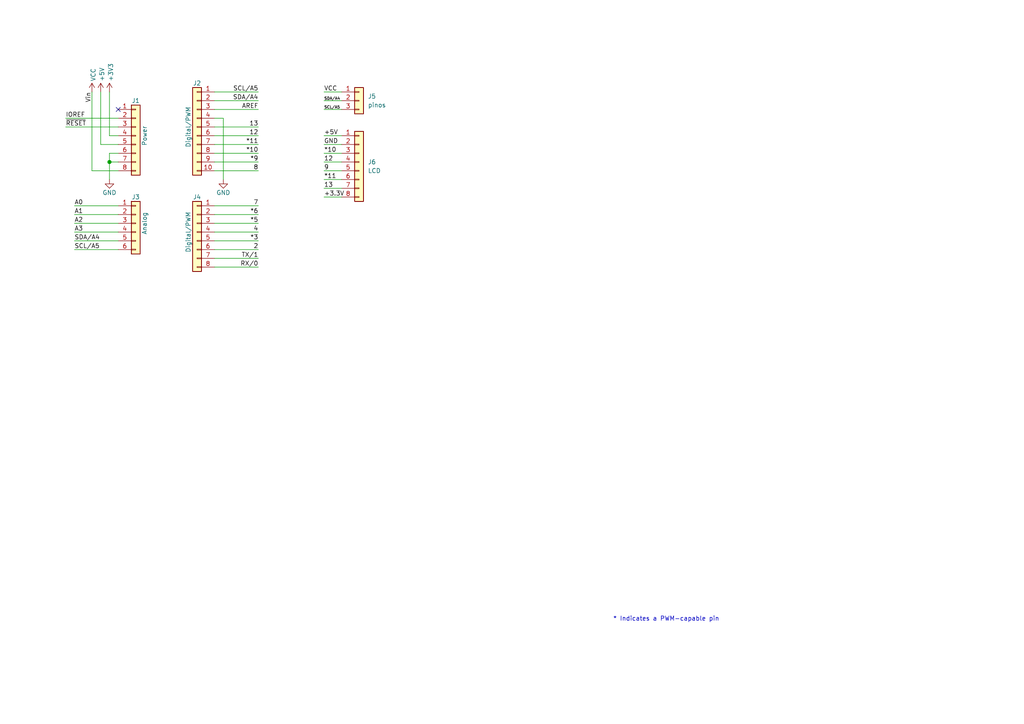
<source format=kicad_sch>
(kicad_sch (version 20211123) (generator eeschema)
  (paper "A4")
  (title_block (date "mar. 31 mars 2015"))
  (lib_symbols
    (symbol "Connector_Generic:Conn_01x03" (pin_names (offset 1.016) hide)
      (property "Reference" "J" (at 0 5.08 0))
      (property "Value" "Conn_01x03" (at 0 -5.08 0))
      (symbol "Conn_01x03_1_1"
        (rectangle (start -1.27 -2.413) (end 0 -2.667) (stroke (width 0.1524)))
        (rectangle (start -1.27 0.127) (end 0 -0.127) (stroke (width 0.1524)))
        (rectangle (start -1.27 2.667) (end 0 2.413) (stroke (width 0.1524)))
        (rectangle (start -1.27 3.81) (end 1.27 -3.81) (stroke (width 0.254)) (fill (type background)))
        (pin passive line (at -5.08 2.54 0) (length 3.81) (name "Pin_1") (number "1"))
        (pin passive line (at -5.08 0 0) (length 3.81) (name "Pin_2") (number "2"))
        (pin passive line (at -5.08 -2.54 0) (length 3.81) (name "Pin_3") (number "3"))
      )
    )
    (symbol "Connector_Generic:Conn_01x06" (pin_names (offset 1.016) hide)
      (property "Reference" "J" (at 0 7.62 0))
      (property "Value" "Conn_01x06" (at 0 -10.16 0))
      (symbol "Conn_01x06_1_1"
        (rectangle (start -1.27 -7.493) (end 0 -7.747) (stroke (width 0.1524)))
        (rectangle (start -1.27 -4.953) (end 0 -5.207) (stroke (width 0.1524)))
        (rectangle (start -1.27 -2.413) (end 0 -2.667) (stroke (width 0.1524)))
        (rectangle (start -1.27 0.127) (end 0 -0.127) (stroke (width 0.1524)))
        (rectangle (start -1.27 2.667) (end 0 2.413) (stroke (width 0.1524)))
        (rectangle (start -1.27 5.207) (end 0 4.953) (stroke (width 0.1524)))
        (rectangle (start -1.27 6.35) (end 1.27 -8.89) (stroke (width 0.254)) (fill (type background)))
        (pin passive line (at -5.08 5.08 0) (length 3.81) (name "Pin_1") (number "1"))
        (pin passive line (at -5.08 2.54 0) (length 3.81) (name "Pin_2") (number "2"))
        (pin passive line (at -5.08 0 0) (length 3.81) (name "Pin_3") (number "3"))
        (pin passive line (at -5.08 -2.54 0) (length 3.81) (name "Pin_4") (number "4"))
        (pin passive line (at -5.08 -5.08 0) (length 3.81) (name "Pin_5") (number "5"))
        (pin passive line (at -5.08 -7.62 0) (length 3.81) (name "Pin_6") (number "6"))
      )
    )
    (symbol "Connector_Generic:Conn_01x08" (pin_names (offset 1.016) hide)
      (property "Reference" "J" (at 0 10.16 0))
      (property "Value" "Conn_01x08" (at 0 -12.7 0))
      (symbol "Conn_01x08_1_1"
        (rectangle (start -1.27 -10.033) (end 0 -10.287) (stroke (width 0.1524)))
        (rectangle (start -1.27 -7.493) (end 0 -7.747) (stroke (width 0.1524)))
        (rectangle (start -1.27 -4.953) (end 0 -5.207) (stroke (width 0.1524)))
        (rectangle (start -1.27 -2.413) (end 0 -2.667) (stroke (width 0.1524)))
        (rectangle (start -1.27 0.127) (end 0 -0.127) (stroke (width 0.1524)))
        (rectangle (start -1.27 2.667) (end 0 2.413) (stroke (width 0.1524)))
        (rectangle (start -1.27 5.207) (end 0 4.953) (stroke (width 0.1524)))
        (rectangle (start -1.27 7.747) (end 0 7.493) (stroke (width 0.1524)))
        (rectangle (start -1.27 8.89) (end 1.27 -11.43) (stroke (width 0.254)) (fill (type background)))
        (pin passive line (at -5.08 7.62 0) (length 3.81) (name "Pin_1") (number "1"))
        (pin passive line (at -5.08 5.08 0) (length 3.81) (name "Pin_2") (number "2"))
        (pin passive line (at -5.08 2.54 0) (length 3.81) (name "Pin_3") (number "3"))
        (pin passive line (at -5.08 0 0) (length 3.81) (name "Pin_4") (number "4"))
        (pin passive line (at -5.08 -2.54 0) (length 3.81) (name "Pin_5") (number "5"))
        (pin passive line (at -5.08 -5.08 0) (length 3.81) (name "Pin_6") (number "6"))
        (pin passive line (at -5.08 -7.62 0) (length 3.81) (name "Pin_7") (number "7"))
        (pin passive line (at -5.08 -10.16 0) (length 3.81) (name "Pin_8") (number "8"))
      )
    )
    (symbol "Connector_Generic:Conn_01x10" (pin_names (offset 1.016) hide)
      (property "Reference" "J" (at 0 12.7 0))
      (property "Value" "Conn_01x10" (at 0 -15.24 0))
      (symbol "Conn_01x10_1_1"
        (rectangle (start -1.27 -12.573) (end 0 -12.827) (stroke (width 0.1524)))
        (rectangle (start -1.27 -10.033) (end 0 -10.287) (stroke (width 0.1524)))
        (rectangle (start -1.27 -7.493) (end 0 -7.747) (stroke (width 0.1524)))
        (rectangle (start -1.27 -4.953) (end 0 -5.207) (stroke (width 0.1524)))
        (rectangle (start -1.27 -2.413) (end 0 -2.667) (stroke (width 0.1524)))
        (rectangle (start -1.27 0.127) (end 0 -0.127) (stroke (width 0.1524)))
        (rectangle (start -1.27 2.667) (end 0 2.413) (stroke (width 0.1524)))
        (rectangle (start -1.27 5.207) (end 0 4.953) (stroke (width 0.1524)))
        (rectangle (start -1.27 7.747) (end 0 7.493) (stroke (width 0.1524)))
        (rectangle (start -1.27 10.287) (end 0 10.033) (stroke (width 0.1524)))
        (rectangle (start -1.27 11.43) (end 1.27 -13.97) (stroke (width 0.254)) (fill (type background)))
        (pin passive line (at -5.08 10.16 0) (length 3.81) (name "Pin_1") (number "1"))
        (pin passive line (at -5.08 -12.7 0) (length 3.81) (name "Pin_10") (number "10"))
        (pin passive line (at -5.08 7.62 0) (length 3.81) (name "Pin_2") (number "2"))
        (pin passive line (at -5.08 5.08 0) (length 3.81) (name "Pin_3") (number "3"))
        (pin passive line (at -5.08 2.54 0) (length 3.81) (name "Pin_4") (number "4"))
        (pin passive line (at -5.08 0 0) (length 3.81) (name "Pin_5") (number "5"))
        (pin passive line (at -5.08 -2.54 0) (length 3.81) (name "Pin_6") (number "6"))
        (pin passive line (at -5.08 -5.08 0) (length 3.81) (name "Pin_7") (number "7"))
        (pin passive line (at -5.08 -7.62 0) (length 3.81) (name "Pin_8") (number "8"))
        (pin passive line (at -5.08 -10.16 0) (length 3.81) (name "Pin_9") (number "9"))
      )
    )
    (symbol "power:+3V3" (power) (pin_names (offset 0))
      (property "Value" "+3V3" (at 0 3.556 0))
      (symbol "+3V3_0_1"
        (polyline (pts (xy -0.762 1.27) (xy 0 2.54)))
        (polyline (pts (xy 0 0) (xy 0 2.54)))
        (polyline (pts (xy 0 2.54) (xy 0.762 1.27)))
      )
      (symbol "+3V3_1_1"
        (pin power_in line (at 0 0 90) (length 0) hide (name "+3V3") (number "1"))
      )
    )
    (symbol "power:+5V" (power) (pin_names (offset 0))
      (property "Value" "+5V" (at 0 3.556 0))
      (symbol "+5V_0_1"
        (polyline (pts (xy -0.762 1.27) (xy 0 2.54)))
        (polyline (pts (xy 0 0) (xy 0 2.54)))
        (polyline (pts (xy 0 2.54) (xy 0.762 1.27)))
      )
      (symbol "+5V_1_1"
        (pin power_in line (at 0 0 90) (length 0) hide (name "+5V") (number "1"))
      )
    )
    (symbol "power:GND" (power) (pin_names (offset 0))
      (property "Value" "GND" (at 0 -3.81 0))
      (symbol "GND_0_1"
        (polyline (pts (xy 0 0) (xy 0 -1.27) (xy 1.27 -1.27) (xy 0 -2.54) (xy -1.27 -1.27) (xy 0 -1.27)))
      )
      (symbol "GND_1_1"
        (pin power_in line (at 0 0 270) (length 0) hide (name "GND") (number "1"))
      )
    )
    (symbol "power:VCC" (power) (pin_names (offset 0))
      (property "Value" "VCC" (at 0 3.81 0))
      (symbol "VCC_0_1"
        (polyline (pts (xy -0.762 1.27) (xy 0 2.54)))
        (polyline (pts (xy 0 0) (xy 0 2.54)))
        (polyline (pts (xy 0 2.54) (xy 0.762 1.27)))
      )
      (symbol "VCC_1_1"
        (pin power_in line (at 0 0 90) (length 0) hide (name "VCC") (number "1"))
      )
    )
  )
  (junction (at 31.75 46.99) (diameter 1.016))
  (no_connect (at 34.29 31.75))
  (wire (pts (xy 62.23 77.47) (xy 74.93 77.47)))
  (wire (pts (xy 62.23 44.45) (xy 74.93 44.45)))
  (wire (pts (xy 62.23 26.67) (xy 74.93 26.67)))
  (wire (pts (xy 31.75 44.45) (xy 31.75 46.99)))
  (wire (pts (xy 21.59 72.39) (xy 34.29 72.39)))
  (wire (pts (xy 31.75 46.99) (xy 31.75 52.07)))
  (wire (pts (xy 31.75 39.37) (xy 34.29 39.37)))
  (wire (pts (xy 93.98 29.21) (xy 99.06 29.21)))
  (wire (pts (xy 29.21 41.91) (xy 34.29 41.91)))
  (wire (pts (xy 29.21 26.67) (xy 29.21 41.91)))
  (wire (pts (xy 93.98 44.45) (xy 99.06 44.45)))
  (wire (pts (xy 62.23 36.83) (xy 74.93 36.83)))
  (wire (pts (xy 31.75 26.67) (xy 31.75 39.37)))
  (wire (pts (xy 62.23 59.69) (xy 74.93 59.69)))
  (wire (pts (xy 34.29 59.69) (xy 21.59 59.69)))
  (wire (pts (xy 62.23 39.37) (xy 74.93 39.37)))
  (wire (pts (xy 62.23 62.23) (xy 74.93 62.23)))
  (wire (pts (xy 93.98 26.67) (xy 99.06 26.67)))
  (wire (pts (xy 62.23 46.99) (xy 74.93 46.99)))
  (wire (pts (xy 93.98 39.37) (xy 99.06 39.37)))
  (wire (pts (xy 62.23 67.31) (xy 74.93 67.31)))
  (wire (pts (xy 93.98 41.91) (xy 99.06 41.91)))
  (wire (pts (xy 93.98 52.07) (xy 99.06 52.07)))
  (wire (pts (xy 19.05 34.29) (xy 34.29 34.29)))
  (wire (pts (xy 64.77 34.29) (xy 64.77 52.07)))
  (wire (pts (xy 62.23 31.75) (xy 74.93 31.75)))
  (wire (pts (xy 34.29 64.77) (xy 21.59 64.77)))
  (wire (pts (xy 19.05 36.83) (xy 34.29 36.83)))
  (wire (pts (xy 34.29 46.99) (xy 31.75 46.99)))
  (wire (pts (xy 93.98 54.61) (xy 99.06 54.61)))
  (wire (pts (xy 93.98 46.99) (xy 99.06 46.99)))
  (wire (pts (xy 34.29 49.53) (xy 26.67 49.53)))
  (wire (pts (xy 21.59 62.23) (xy 34.29 62.23)))
  (wire (pts (xy 62.23 34.29) (xy 64.77 34.29)))
  (wire (pts (xy 34.29 44.45) (xy 31.75 44.45)))
  (wire (pts (xy 93.98 49.53) (xy 99.06 49.53)))
  (wire (pts (xy 62.23 41.91) (xy 74.93 41.91)))
  (wire (pts (xy 93.98 57.15) (xy 99.06 57.15)))
  (wire (pts (xy 62.23 64.77) (xy 74.93 64.77)))
  (wire (pts (xy 21.59 67.31) (xy 34.29 67.31)))
  (wire (pts (xy 62.23 29.21) (xy 74.93 29.21)))
  (wire (pts (xy 62.23 72.39) (xy 74.93 72.39)))
  (wire (pts (xy 62.23 69.85) (xy 74.93 69.85)))
  (wire (pts (xy 93.98 31.75) (xy 99.06 31.75)))
  (wire (pts (xy 62.23 74.93) (xy 74.93 74.93)))
  (wire (pts (xy 26.67 49.53) (xy 26.67 26.67)))
  (wire (pts (xy 34.29 69.85) (xy 21.59 69.85)))
  (wire (pts (xy 62.23 49.53) (xy 74.93 49.53)))
  (text "* Indicates a PWM-capable pin" (at 177.8 180.34 0) (effects (font (size 1.27 1.27)) (justify left bottom)))
  (label "RX{slash}0" (at 74.93 77.47 180))
  (label "A2" (at 21.59 64.77 0))
  (label "4" (at 74.93 67.31 180))
  (label "+5V" (at 93.98 39.37 0))
  (label "9" (at 93.98 49.53 0))
  (label "2" (at 74.93 72.39 180))
  (label "A3" (at 21.59 67.31 0))
  (label "13" (at 74.93 36.83 180))
  (label "*11" (at 93.98 52.07 0))
  (label "VCC" (at 93.98 26.67 0))
  (label "12" (at 74.93 39.37 180))
  (label "~{RESET}" (at 19.05 36.83 0))
  (label "*10" (at 74.93 44.45 180))
  (label "GND" (at 93.98 41.91 0))
  (label "12" (at 93.98 46.99 0))
  (label "SDA{slash}A4" (at 93.98 29.21 0) (effects (font (size 0.8 0.8))))
  (label "SCL{slash}A5" (at 93.98 31.75 0) (effects (font (size 0.8 0.8))))
  (label "7" (at 74.93 59.69 180))
  (label "SDA{slash}A4" (at 74.93 29.21 180))
  (label "8" (at 74.93 49.53 180))
  (label "*11" (at 74.93 41.91 180))
  (label "*3" (at 74.93 69.85 180))
  (label "A1" (at 21.59 62.23 0))
  (label "TX{slash}1" (at 74.93 74.93 180))
  (label "13" (at 93.98 54.61 0))
  (label "A0" (at 21.59 59.69 0))
  (label "AREF" (at 74.93 31.75 180))
  (label "Vin" (at 26.67 26.67 270))
  (label "*6" (at 74.93 62.23 180))
  (label "SCL{slash}A5" (at 74.93 26.67 180))
  (label "*9" (at 74.93 46.99 180))
  (label "*5" (at 74.93 64.77 180))
  (label "IOREF" (at 19.05 34.29 0))
  (label "+3.3V" (at 93.98 57.15 0))
  (label "SDA{slash}A4" (at 21.59 69.85 0))
  (label "SCL{slash}A5" (at 21.59 72.39 0))
  (label "*10" (at 93.98 44.45 0))
  (symbol (lib_id "Connector_Generic:Conn_01x08") (at 39.37 39.37 0) (unit 1)
    (property "Reference" "J1" (at 39.37 29.21 0))
    (property "Value" "Power" (at 41.91 39.37 90))
    (property "Footprint" "Connector_PinSocket_2.54mm:PinSocket_1x08_P2.54mm_Vertical" (effects hide))
  )
  (symbol (lib_id "power:+3V3") (at 31.75 26.67 0) (unit 1)
    (property "Reference" "#PWR03" (effects hide))
    (property "Value" "+3.3V" (at 32.131 23.622 90) (effects (justify left)))
  )
  (symbol (lib_id "power:+5V") (at 29.21 26.67 0) (unit 1)
    (property "Reference" "#PWR02" (effects hide))
    (property "Value" "+5V" (at 29.5656 23.622 90) (effects (justify left)))
  )
  (symbol (lib_id "power:GND") (at 31.75 52.07 0) (unit 1)
    (property "Reference" "#PWR04" (effects hide))
    (property "Value" "GND" (at 31.75 55.88 0))
  )
  (symbol (lib_id "Connector_Generic:Conn_01x10") (at 57.15 36.83 0) (mirror y) (unit 1)
    (property "Reference" "J2" (at 57.15 24.13 0))
    (property "Value" "Digital/PWM" (at 54.61 36.83 90))
    (property "Footprint" "Connector_PinSocket_2.54mm:PinSocket_1x10_P2.54mm_Vertical" (effects hide))
  )
  (symbol (lib_id "power:GND") (at 64.77 52.07 0) (unit 1)
    (property "Reference" "#PWR05" (effects hide))
    (property "Value" "GND" (at 64.77 55.88 0))
  )
  (symbol (lib_id "Connector_Generic:Conn_01x06") (at 39.37 64.77 0) (unit 1)
    (property "Reference" "J3" (at 39.37 57.15 0))
    (property "Value" "Analog" (at 41.91 64.77 90))
    (property "Footprint" "Connector_PinSocket_2.54mm:PinSocket_1x06_P2.54mm_Vertical" (effects hide))
  )
  (symbol (lib_id "Connector_Generic:Conn_01x08") (at 57.15 67.31 0) (mirror y) (unit 1)
    (property "Reference" "J4" (at 57.15 57.15 0))
    (property "Value" "Digital/PWM" (at 54.61 67.31 90))
    (property "Footprint" "Connector_PinSocket_2.54mm:PinSocket_1x08_P2.54mm_Vertical" (effects hide))
  )
  (symbol (lib_id "Connector_Generic:Conn_01x03") (at 104.14 29.21 0) (unit 1)
    (property "Reference" "J5" (at 106.68 27.9399 0) (effects (justify left)))
    (property "Value" "pinos " (at 106.68 30.4799 0) (effects (justify left)))
    (property "Footprint" "Connector_PinHeader_2.54mm:PinHeader_1x03_P2.54mm_Vertical" (effects hide))
  )
  (symbol (lib_id "power:VCC") (at 26.67 26.67 0) (unit 1)
    (property "Reference" "#PWR01" (effects hide))
    (property "Value" "VCC" (at 27.051 23.622 90) (effects (justify left)))
  )
  (symbol (lib_id "Connector_Generic:Conn_01x08") (at 104.14 46.99 0) (unit 1)
    (property "Reference" "J6" (at 106.68 46.9899 0) (effects (justify left)))
    (property "Value" "LCD" (at 106.68 49.5299 0) (effects (justify left)))
    (property "Footprint" "Connector_PinHeader_2.54mm:PinHeader_1x08_P2.54mm_Vertical" (effects hide))
  )
)
</source>
